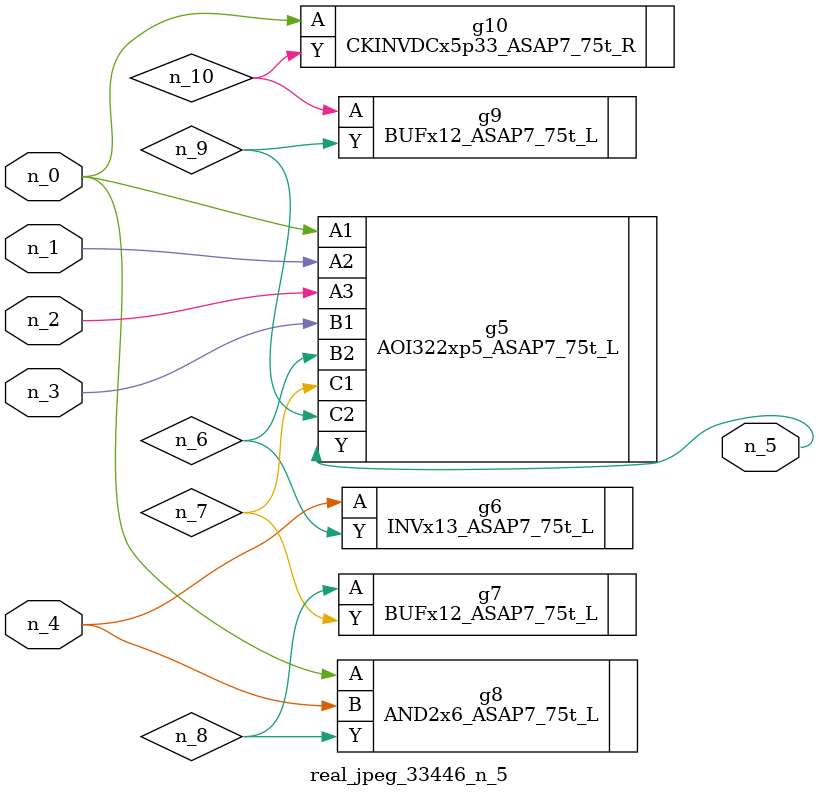
<source format=v>
module real_jpeg_33446_n_5 (n_4, n_0, n_1, n_2, n_3, n_5);

input n_4;
input n_0;
input n_1;
input n_2;
input n_3;

output n_5;

wire n_8;
wire n_6;
wire n_7;
wire n_10;
wire n_9;

AOI322xp5_ASAP7_75t_L g5 ( 
.A1(n_0),
.A2(n_1),
.A3(n_2),
.B1(n_3),
.B2(n_6),
.C1(n_7),
.C2(n_9),
.Y(n_5)
);

AND2x6_ASAP7_75t_L g8 ( 
.A(n_0),
.B(n_4),
.Y(n_8)
);

CKINVDCx5p33_ASAP7_75t_R g10 ( 
.A(n_0),
.Y(n_10)
);

INVx13_ASAP7_75t_L g6 ( 
.A(n_4),
.Y(n_6)
);

BUFx12_ASAP7_75t_L g7 ( 
.A(n_8),
.Y(n_7)
);

BUFx12_ASAP7_75t_L g9 ( 
.A(n_10),
.Y(n_9)
);


endmodule
</source>
